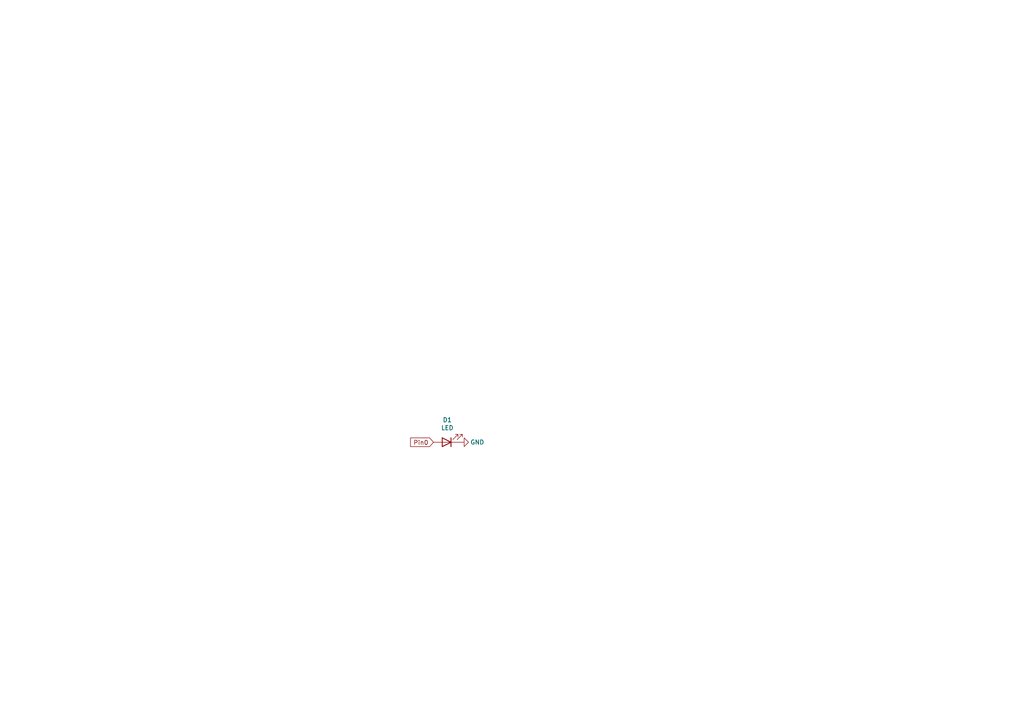
<source format=kicad_sch>
(kicad_sch (version 20211123) (generator eeschema)
  (paper "A4")
  (lib_symbols
    (symbol "Device:LED" (pin_numbers hide) (pin_names (offset 1.016) hide)
      (property "Reference" "D" (at 0 2.54 0))
      (property "Value" "LED" (at 0 -2.54 0))
      (symbol "LED_0_1"
        (polyline (pts (xy -1.27 -1.27) (xy -1.27 1.27)) (stroke (width 0.254)))
        (polyline (pts (xy -1.27 0) (xy 1.27 0)))
        (polyline (pts (xy 1.27 -1.27) (xy 1.27 1.27) (xy -1.27 0) (xy 1.27 -1.27)) (stroke (width 0.254)))
        (polyline (pts (xy -3.048 -0.762) (xy -4.572 -2.286) (xy -3.81 -2.286) (xy -4.572 -2.286) (xy -4.572 -1.524)))
        (polyline (pts (xy -1.778 -0.762) (xy -3.302 -2.286) (xy -2.54 -2.286) (xy -3.302 -2.286) (xy -3.302 -1.524)))
      )
      (symbol "LED_1_1"
        (pin passive line (at -3.81 0 0) (length 2.54) (name "K") (number "1"))
        (pin passive line (at 3.81 0 180) (length 2.54) (name "A") (number "2"))
      )
    )
    (symbol "power:GND" (power) (pin_names (offset 0))
      (property "Value" "GND" (at 0 -3.81 0))
      (symbol "GND_0_1"
        (polyline (pts (xy 0 0) (xy 0 -1.27) (xy 1.27 -1.27) (xy 0 -2.54) (xy -1.27 -1.27) (xy 0 -1.27)))
      )
      (symbol "GND_1_1"
        (pin power_in line (at 0 0 270) (length 0) hide (name "GND") (number "1"))
      )
    )
  )
  (global_label "Pin0" (shape input) (at 125.73 128.27 180) (property "Intersheet References" "${INTERSHEET_REFS}" (effects hide)))
  (symbol (lib_id "power:GND") (at 133.35 128.27 90) (unit 1)
    (property "Reference" "#PWR0101" (effects hide))
    (property "Value" "GND" (at 138.43 128.27 90))
  )
  (symbol (lib_id "Device:LED") (at 129.54 128.27 180) (unit 1)
    (property "Reference" "D1" (at 129.7432 121.793 0))
    (property "Value" "LED" (at 129.7432 124.1044 0))
    (property "Footprint" "LED_SMD:LED_0603_1608Metric" (effects hide))
    (property "Device" "LED" (effects hide))
    (property "Description" "LED RED CLEAR SMD" (effects hide))
    (property "Place" "Yes" (effects hide))
    (property "Package" "0603" (effects hide))
    (property "Dist" "DigiKey" (effects hide))
    (property "DistPartNumber" "160-1447-1-ND" (effects hide))
    (property "DistLink" "https://www.digikey.de/en/products/detail/liteon/LTST-C191KRKT/386837" (effects hide))
  )
)
</source>
